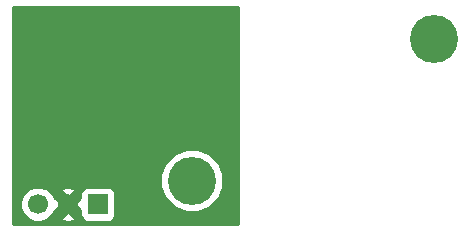
<source format=gbl>
G04 (created by PCBNEW-RS274X (2012-01-19 BZR 3256)-stable) date 3/25/2013 8:41:05 PM*
G01*
G70*
G90*
%MOIN*%
G04 Gerber Fmt 3.4, Leading zero omitted, Abs format*
%FSLAX34Y34*%
G04 APERTURE LIST*
%ADD10C,0.006000*%
%ADD11R,0.066900X0.066900*%
%ADD12C,0.066900*%
%ADD13C,0.160000*%
%ADD14C,0.035000*%
%ADD15C,0.010000*%
G04 APERTURE END LIST*
G54D10*
G54D11*
X18913Y-20669D03*
G54D12*
X17913Y-20669D03*
X16913Y-20669D03*
G54D13*
X30118Y-15157D03*
X22047Y-19882D03*
G54D14*
X17605Y-15261D03*
X18642Y-19201D03*
G54D10*
G36*
X23572Y-21329D02*
X23097Y-21329D01*
X23097Y-20092D01*
X23097Y-19674D01*
X22937Y-19288D01*
X22642Y-18992D01*
X22257Y-18832D01*
X21839Y-18832D01*
X21453Y-18992D01*
X21157Y-19287D01*
X20997Y-19672D01*
X20997Y-20090D01*
X21157Y-20476D01*
X21452Y-20772D01*
X21837Y-20932D01*
X22255Y-20932D01*
X22641Y-20772D01*
X22937Y-20477D01*
X23097Y-20092D01*
X23097Y-21329D01*
X19496Y-21329D01*
X19496Y-21053D01*
X19496Y-20954D01*
X19496Y-20286D01*
X19458Y-20194D01*
X19388Y-20124D01*
X19297Y-20086D01*
X19198Y-20086D01*
X18530Y-20086D01*
X18438Y-20124D01*
X18368Y-20194D01*
X18330Y-20285D01*
X18330Y-20384D01*
X18330Y-20464D01*
X18160Y-20634D01*
X18160Y-20210D01*
X18124Y-20125D01*
X17900Y-20086D01*
X17702Y-20125D01*
X17666Y-20210D01*
X17913Y-20457D01*
X18160Y-20210D01*
X18160Y-20634D01*
X18125Y-20669D01*
X18330Y-20874D01*
X18330Y-21052D01*
X18368Y-21144D01*
X18438Y-21214D01*
X18529Y-21252D01*
X18628Y-21252D01*
X19296Y-21252D01*
X19388Y-21214D01*
X19458Y-21144D01*
X19496Y-21053D01*
X19496Y-21329D01*
X18160Y-21329D01*
X18160Y-21128D01*
X17913Y-20881D01*
X17701Y-21093D01*
X17701Y-20669D01*
X17454Y-20422D01*
X17444Y-20426D01*
X17408Y-20338D01*
X17244Y-20174D01*
X17029Y-20085D01*
X16797Y-20085D01*
X16582Y-20174D01*
X16418Y-20338D01*
X16329Y-20553D01*
X16329Y-20785D01*
X16418Y-21000D01*
X16582Y-21164D01*
X16797Y-21253D01*
X17029Y-21253D01*
X17244Y-21164D01*
X17408Y-21000D01*
X17444Y-20911D01*
X17454Y-20916D01*
X17701Y-20669D01*
X17701Y-21093D01*
X17666Y-21128D01*
X17702Y-21213D01*
X17926Y-21252D01*
X18124Y-21213D01*
X18160Y-21128D01*
X18160Y-21329D01*
X16073Y-21329D01*
X16073Y-14105D01*
X23572Y-14105D01*
X23572Y-21329D01*
X23572Y-21329D01*
G37*
G54D15*
X23572Y-21329D02*
X23097Y-21329D01*
X23097Y-20092D01*
X23097Y-19674D01*
X22937Y-19288D01*
X22642Y-18992D01*
X22257Y-18832D01*
X21839Y-18832D01*
X21453Y-18992D01*
X21157Y-19287D01*
X20997Y-19672D01*
X20997Y-20090D01*
X21157Y-20476D01*
X21452Y-20772D01*
X21837Y-20932D01*
X22255Y-20932D01*
X22641Y-20772D01*
X22937Y-20477D01*
X23097Y-20092D01*
X23097Y-21329D01*
X19496Y-21329D01*
X19496Y-21053D01*
X19496Y-20954D01*
X19496Y-20286D01*
X19458Y-20194D01*
X19388Y-20124D01*
X19297Y-20086D01*
X19198Y-20086D01*
X18530Y-20086D01*
X18438Y-20124D01*
X18368Y-20194D01*
X18330Y-20285D01*
X18330Y-20384D01*
X18330Y-20464D01*
X18160Y-20634D01*
X18160Y-20210D01*
X18124Y-20125D01*
X17900Y-20086D01*
X17702Y-20125D01*
X17666Y-20210D01*
X17913Y-20457D01*
X18160Y-20210D01*
X18160Y-20634D01*
X18125Y-20669D01*
X18330Y-20874D01*
X18330Y-21052D01*
X18368Y-21144D01*
X18438Y-21214D01*
X18529Y-21252D01*
X18628Y-21252D01*
X19296Y-21252D01*
X19388Y-21214D01*
X19458Y-21144D01*
X19496Y-21053D01*
X19496Y-21329D01*
X18160Y-21329D01*
X18160Y-21128D01*
X17913Y-20881D01*
X17701Y-21093D01*
X17701Y-20669D01*
X17454Y-20422D01*
X17444Y-20426D01*
X17408Y-20338D01*
X17244Y-20174D01*
X17029Y-20085D01*
X16797Y-20085D01*
X16582Y-20174D01*
X16418Y-20338D01*
X16329Y-20553D01*
X16329Y-20785D01*
X16418Y-21000D01*
X16582Y-21164D01*
X16797Y-21253D01*
X17029Y-21253D01*
X17244Y-21164D01*
X17408Y-21000D01*
X17444Y-20911D01*
X17454Y-20916D01*
X17701Y-20669D01*
X17701Y-21093D01*
X17666Y-21128D01*
X17702Y-21213D01*
X17926Y-21252D01*
X18124Y-21213D01*
X18160Y-21128D01*
X18160Y-21329D01*
X16073Y-21329D01*
X16073Y-14105D01*
X23572Y-14105D01*
X23572Y-21329D01*
M02*

</source>
